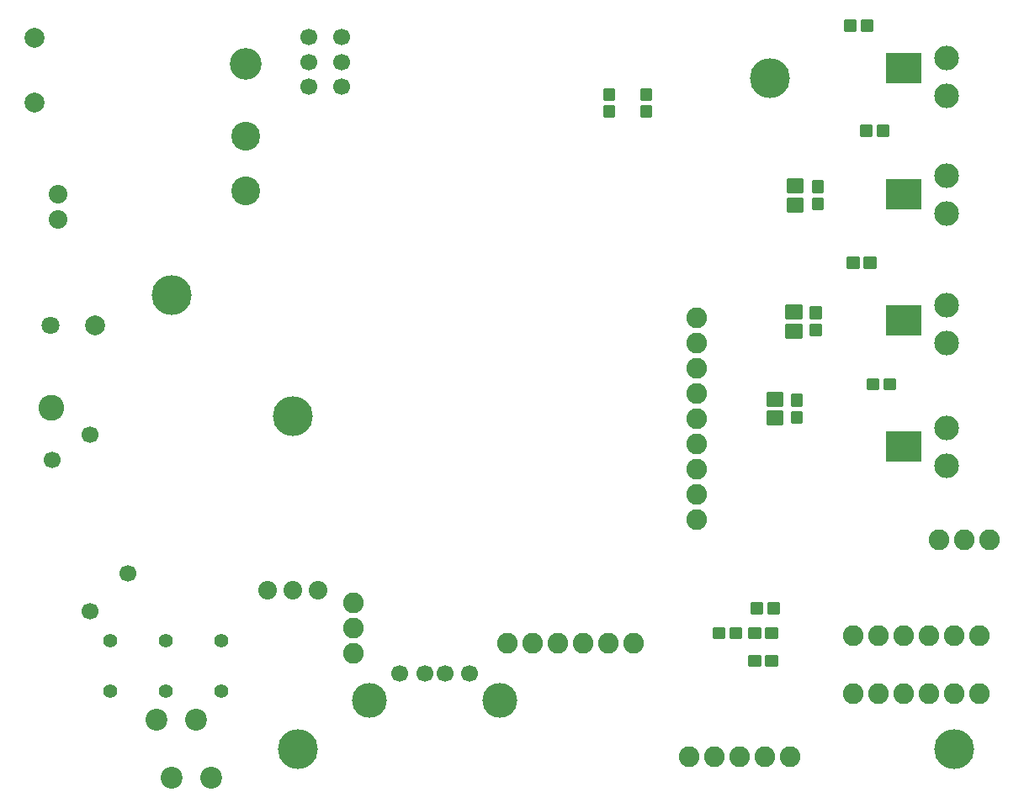
<source format=gbs>
G75*
%MOIN*%
%OFA0B0*%
%FSLAX24Y24*%
%IPPOS*%
%LPD*%
%AMOC8*
5,1,8,0,0,1.08239X$1,22.5*
%
%ADD10C,0.1579*%
%ADD11R,0.1400X0.1200*%
%ADD12C,0.0787*%
%ADD13C,0.0739*%
%ADD14C,0.0669*%
%ADD15C,0.0819*%
%ADD16C,0.0559*%
%ADD17C,0.1142*%
%ADD18C,0.1260*%
%ADD19C,0.0979*%
%ADD20C,0.1378*%
%ADD21C,0.0094*%
%ADD22C,0.0089*%
%ADD23C,0.0709*%
%ADD24C,0.0866*%
%ADD25C,0.1024*%
D10*
X012639Y002214D03*
X012439Y015414D03*
X007639Y020214D03*
X031339Y028814D03*
X038639Y002214D03*
D11*
X036639Y014214D03*
X036639Y019214D03*
X036639Y024214D03*
X036639Y029214D03*
D12*
X004591Y019018D03*
X002189Y027824D03*
X002189Y030403D03*
D13*
X003139Y024214D03*
X003139Y023214D03*
X011439Y008514D03*
X012439Y008514D03*
X013439Y008514D03*
D14*
X016678Y005207D03*
X017662Y005207D03*
X018450Y005207D03*
X019434Y005207D03*
X005881Y009165D03*
X004381Y007665D03*
X002881Y013665D03*
X004381Y014665D03*
X013079Y028459D03*
X013079Y029444D03*
X013079Y030428D03*
X014379Y030428D03*
X014379Y029444D03*
X014379Y028459D03*
D15*
X028439Y019314D03*
X028439Y018314D03*
X028439Y017314D03*
X028439Y016314D03*
X028439Y015314D03*
X028439Y014314D03*
X028439Y013314D03*
X028439Y012314D03*
X028439Y011314D03*
X034639Y006714D03*
X035639Y006714D03*
X036639Y006714D03*
X037639Y006714D03*
X038639Y006714D03*
X039639Y006714D03*
X039639Y004414D03*
X038639Y004414D03*
X037639Y004414D03*
X036639Y004414D03*
X035639Y004414D03*
X034639Y004414D03*
X032139Y001914D03*
X031139Y001914D03*
X030139Y001914D03*
X029139Y001914D03*
X028139Y001914D03*
X025939Y006414D03*
X024939Y006414D03*
X023939Y006414D03*
X022939Y006414D03*
X021939Y006414D03*
X020939Y006414D03*
X014839Y006014D03*
X014839Y007014D03*
X014839Y008014D03*
X038017Y010514D03*
X039017Y010514D03*
X040017Y010514D03*
D16*
X005182Y004514D03*
X007387Y004514D03*
X009591Y004514D03*
X009591Y006514D03*
X007387Y006514D03*
X005182Y006514D03*
D17*
X010576Y024333D03*
X010576Y026498D03*
D18*
X010576Y029372D03*
D19*
X038331Y029612D03*
X038331Y028112D03*
X038331Y024927D03*
X038331Y023427D03*
X038331Y019809D03*
X038331Y018309D03*
X038331Y014927D03*
X038331Y013427D03*
D20*
X020643Y004136D03*
X015469Y004136D03*
D21*
X029087Y006624D02*
X029505Y006624D01*
X029087Y006624D02*
X029087Y007002D01*
X029505Y007002D01*
X029505Y006624D01*
X029505Y006717D02*
X029087Y006717D01*
X029087Y006810D02*
X029505Y006810D01*
X029505Y006903D02*
X029087Y006903D01*
X029087Y006996D02*
X029505Y006996D01*
X029756Y006624D02*
X030174Y006624D01*
X029756Y006624D02*
X029756Y007002D01*
X030174Y007002D01*
X030174Y006624D01*
X030174Y006717D02*
X029756Y006717D01*
X029756Y006810D02*
X030174Y006810D01*
X030174Y006903D02*
X029756Y006903D01*
X029756Y006996D02*
X030174Y006996D01*
X030504Y007002D02*
X030922Y007002D01*
X030922Y006624D01*
X030504Y006624D01*
X030504Y007002D01*
X030504Y006717D02*
X030922Y006717D01*
X030922Y006810D02*
X030504Y006810D01*
X030504Y006903D02*
X030922Y006903D01*
X030922Y006996D02*
X030504Y006996D01*
X031174Y007002D02*
X031592Y007002D01*
X031592Y006624D01*
X031174Y006624D01*
X031174Y007002D01*
X031174Y006717D02*
X031592Y006717D01*
X031592Y006810D02*
X031174Y006810D01*
X031174Y006903D02*
X031592Y006903D01*
X031592Y006996D02*
X031174Y006996D01*
X031252Y007986D02*
X031670Y007986D01*
X031670Y007608D01*
X031252Y007608D01*
X031252Y007986D01*
X031252Y007701D02*
X031670Y007701D01*
X031670Y007794D02*
X031252Y007794D01*
X031252Y007887D02*
X031670Y007887D01*
X031670Y007980D02*
X031252Y007980D01*
X031001Y007986D02*
X030583Y007986D01*
X031001Y007986D02*
X031001Y007608D01*
X030583Y007608D01*
X030583Y007986D01*
X030583Y007701D02*
X031001Y007701D01*
X031001Y007794D02*
X030583Y007794D01*
X030583Y007887D02*
X031001Y007887D01*
X031001Y007980D02*
X030583Y007980D01*
X030504Y005900D02*
X030922Y005900D01*
X030922Y005522D01*
X030504Y005522D01*
X030504Y005900D01*
X030504Y005615D02*
X030922Y005615D01*
X030922Y005708D02*
X030504Y005708D01*
X030504Y005801D02*
X030922Y005801D01*
X030922Y005894D02*
X030504Y005894D01*
X031174Y005900D02*
X031592Y005900D01*
X031592Y005522D01*
X031174Y005522D01*
X031174Y005900D01*
X031174Y005615D02*
X031592Y005615D01*
X031592Y005708D02*
X031174Y005708D01*
X031174Y005801D02*
X031592Y005801D01*
X031592Y005894D02*
X031174Y005894D01*
X032198Y015167D02*
X032198Y015585D01*
X032576Y015585D01*
X032576Y015167D01*
X032198Y015167D01*
X032198Y015260D02*
X032576Y015260D01*
X032576Y015353D02*
X032198Y015353D01*
X032198Y015446D02*
X032576Y015446D01*
X032576Y015539D02*
X032198Y015539D01*
X032198Y015836D02*
X032198Y016254D01*
X032576Y016254D01*
X032576Y015836D01*
X032198Y015836D01*
X032198Y015929D02*
X032576Y015929D01*
X032576Y016022D02*
X032198Y016022D01*
X032198Y016115D02*
X032576Y016115D01*
X032576Y016208D02*
X032198Y016208D01*
X035189Y016506D02*
X035607Y016506D01*
X035189Y016506D02*
X035189Y016884D01*
X035607Y016884D01*
X035607Y016506D01*
X035607Y016599D02*
X035189Y016599D01*
X035189Y016692D02*
X035607Y016692D01*
X035607Y016785D02*
X035189Y016785D01*
X035189Y016878D02*
X035607Y016878D01*
X035859Y016506D02*
X036277Y016506D01*
X035859Y016506D02*
X035859Y016884D01*
X036277Y016884D01*
X036277Y016506D01*
X036277Y016599D02*
X035859Y016599D01*
X035859Y016692D02*
X036277Y016692D01*
X036277Y016785D02*
X035859Y016785D01*
X035859Y016878D02*
X036277Y016878D01*
X032946Y018632D02*
X032946Y019050D01*
X033324Y019050D01*
X033324Y018632D01*
X032946Y018632D01*
X032946Y018725D02*
X033324Y018725D01*
X033324Y018818D02*
X032946Y018818D01*
X032946Y018911D02*
X033324Y018911D01*
X033324Y019004D02*
X032946Y019004D01*
X032946Y019301D02*
X032946Y019719D01*
X033324Y019719D01*
X033324Y019301D01*
X032946Y019301D01*
X032946Y019394D02*
X033324Y019394D01*
X033324Y019487D02*
X032946Y019487D01*
X032946Y019580D02*
X033324Y019580D01*
X033324Y019673D02*
X032946Y019673D01*
X034402Y021309D02*
X034820Y021309D01*
X034402Y021309D02*
X034402Y021687D01*
X034820Y021687D01*
X034820Y021309D01*
X034820Y021402D02*
X034402Y021402D01*
X034402Y021495D02*
X034820Y021495D01*
X034820Y021588D02*
X034402Y021588D01*
X034402Y021681D02*
X034820Y021681D01*
X035071Y021309D02*
X035489Y021309D01*
X035071Y021309D02*
X035071Y021687D01*
X035489Y021687D01*
X035489Y021309D01*
X035489Y021402D02*
X035071Y021402D01*
X035071Y021495D02*
X035489Y021495D01*
X035489Y021588D02*
X035071Y021588D01*
X035071Y021681D02*
X035489Y021681D01*
X033024Y023632D02*
X033024Y024050D01*
X033402Y024050D01*
X033402Y023632D01*
X033024Y023632D01*
X033024Y023725D02*
X033402Y023725D01*
X033402Y023818D02*
X033024Y023818D01*
X033024Y023911D02*
X033402Y023911D01*
X033402Y024004D02*
X033024Y024004D01*
X033024Y024301D02*
X033024Y024719D01*
X033402Y024719D01*
X033402Y024301D01*
X033024Y024301D01*
X033024Y024394D02*
X033402Y024394D01*
X033402Y024487D02*
X033024Y024487D01*
X033024Y024580D02*
X033402Y024580D01*
X033402Y024673D02*
X033024Y024673D01*
X034914Y026545D02*
X035332Y026545D01*
X034914Y026545D02*
X034914Y026923D01*
X035332Y026923D01*
X035332Y026545D01*
X035332Y026638D02*
X034914Y026638D01*
X034914Y026731D02*
X035332Y026731D01*
X035332Y026824D02*
X034914Y026824D01*
X034914Y026917D02*
X035332Y026917D01*
X035583Y026545D02*
X036001Y026545D01*
X035583Y026545D02*
X035583Y026923D01*
X036001Y026923D01*
X036001Y026545D01*
X036001Y026638D02*
X035583Y026638D01*
X035583Y026731D02*
X036001Y026731D01*
X036001Y026824D02*
X035583Y026824D01*
X035583Y026917D02*
X036001Y026917D01*
X035371Y031096D02*
X034953Y031096D01*
X035371Y031096D02*
X035371Y030718D01*
X034953Y030718D01*
X034953Y031096D01*
X034953Y030811D02*
X035371Y030811D01*
X035371Y030904D02*
X034953Y030904D01*
X034953Y030997D02*
X035371Y030997D01*
X035371Y031090D02*
X034953Y031090D01*
X034702Y031096D02*
X034284Y031096D01*
X034702Y031096D02*
X034702Y030718D01*
X034284Y030718D01*
X034284Y031096D01*
X034284Y030811D02*
X034702Y030811D01*
X034702Y030904D02*
X034284Y030904D01*
X034284Y030997D02*
X034702Y030997D01*
X034702Y031090D02*
X034284Y031090D01*
X026591Y028380D02*
X026591Y027962D01*
X026213Y027962D01*
X026213Y028380D01*
X026591Y028380D01*
X026591Y028055D02*
X026213Y028055D01*
X026213Y028148D02*
X026591Y028148D01*
X026591Y028241D02*
X026213Y028241D01*
X026213Y028334D02*
X026591Y028334D01*
X026591Y027711D02*
X026591Y027293D01*
X026213Y027293D01*
X026213Y027711D01*
X026591Y027711D01*
X026591Y027386D02*
X026213Y027386D01*
X026213Y027479D02*
X026591Y027479D01*
X026591Y027572D02*
X026213Y027572D01*
X026213Y027665D02*
X026591Y027665D01*
X025135Y027711D02*
X025135Y027293D01*
X024757Y027293D01*
X024757Y027711D01*
X025135Y027711D01*
X025135Y027386D02*
X024757Y027386D01*
X024757Y027479D02*
X025135Y027479D01*
X025135Y027572D02*
X024757Y027572D01*
X024757Y027665D02*
X025135Y027665D01*
X025135Y027962D02*
X025135Y028380D01*
X025135Y027962D02*
X024757Y027962D01*
X024757Y028380D01*
X025135Y028380D01*
X025135Y028055D02*
X024757Y028055D01*
X024757Y028148D02*
X025135Y028148D01*
X025135Y028241D02*
X024757Y028241D01*
X024757Y028334D02*
X025135Y028334D01*
D22*
X032018Y024800D02*
X032018Y024298D01*
X032018Y024800D02*
X032598Y024800D01*
X032598Y024298D01*
X032018Y024298D01*
X032018Y024386D02*
X032598Y024386D01*
X032598Y024474D02*
X032018Y024474D01*
X032018Y024562D02*
X032598Y024562D01*
X032598Y024650D02*
X032018Y024650D01*
X032018Y024738D02*
X032598Y024738D01*
X032018Y024052D02*
X032018Y023550D01*
X032018Y024052D02*
X032598Y024052D01*
X032598Y023550D01*
X032018Y023550D01*
X032018Y023638D02*
X032598Y023638D01*
X032598Y023726D02*
X032018Y023726D01*
X032018Y023814D02*
X032598Y023814D01*
X032598Y023902D02*
X032018Y023902D01*
X032018Y023990D02*
X032598Y023990D01*
X031979Y019800D02*
X031979Y019298D01*
X031979Y019800D02*
X032559Y019800D01*
X032559Y019298D01*
X031979Y019298D01*
X031979Y019386D02*
X032559Y019386D01*
X032559Y019474D02*
X031979Y019474D01*
X031979Y019562D02*
X032559Y019562D01*
X032559Y019650D02*
X031979Y019650D01*
X031979Y019738D02*
X032559Y019738D01*
X031979Y019052D02*
X031979Y018550D01*
X031979Y019052D02*
X032559Y019052D01*
X032559Y018550D01*
X031979Y018550D01*
X031979Y018638D02*
X032559Y018638D01*
X032559Y018726D02*
X031979Y018726D01*
X031979Y018814D02*
X032559Y018814D01*
X032559Y018902D02*
X031979Y018902D01*
X031979Y018990D02*
X032559Y018990D01*
X031230Y016336D02*
X031230Y015834D01*
X031230Y016336D02*
X031810Y016336D01*
X031810Y015834D01*
X031230Y015834D01*
X031230Y015922D02*
X031810Y015922D01*
X031810Y016010D02*
X031230Y016010D01*
X031230Y016098D02*
X031810Y016098D01*
X031810Y016186D02*
X031230Y016186D01*
X031230Y016274D02*
X031810Y016274D01*
X031230Y015588D02*
X031230Y015086D01*
X031230Y015588D02*
X031810Y015588D01*
X031810Y015086D01*
X031230Y015086D01*
X031230Y015174D02*
X031810Y015174D01*
X031810Y015262D02*
X031230Y015262D01*
X031230Y015350D02*
X031810Y015350D01*
X031810Y015438D02*
X031230Y015438D01*
X031230Y015526D02*
X031810Y015526D01*
D23*
X002820Y019018D03*
D24*
X007032Y003372D03*
X008607Y003372D03*
X009198Y001065D03*
X007623Y001065D03*
D25*
X002859Y015750D03*
M02*

</source>
